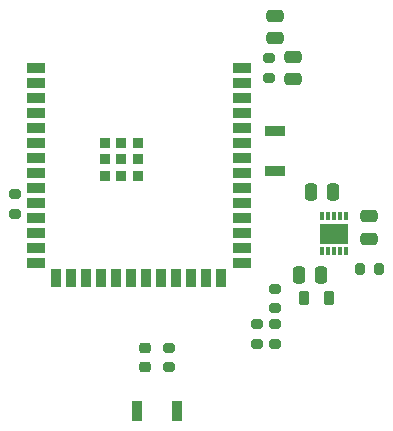
<source format=gbr>
%TF.GenerationSoftware,KiCad,Pcbnew,(6.0.5)*%
%TF.CreationDate,2022-06-02T01:51:08+02:00*%
%TF.ProjectId,Hardware,48617264-7761-4726-952e-6b696361645f,rev?*%
%TF.SameCoordinates,Original*%
%TF.FileFunction,Paste,Top*%
%TF.FilePolarity,Positive*%
%FSLAX46Y46*%
G04 Gerber Fmt 4.6, Leading zero omitted, Abs format (unit mm)*
G04 Created by KiCad (PCBNEW (6.0.5)) date 2022-06-02 01:51:08*
%MOMM*%
%LPD*%
G01*
G04 APERTURE LIST*
G04 Aperture macros list*
%AMRoundRect*
0 Rectangle with rounded corners*
0 $1 Rounding radius*
0 $2 $3 $4 $5 $6 $7 $8 $9 X,Y pos of 4 corners*
0 Add a 4 corners polygon primitive as box body*
4,1,4,$2,$3,$4,$5,$6,$7,$8,$9,$2,$3,0*
0 Add four circle primitives for the rounded corners*
1,1,$1+$1,$2,$3*
1,1,$1+$1,$4,$5*
1,1,$1+$1,$6,$7*
1,1,$1+$1,$8,$9*
0 Add four rect primitives between the rounded corners*
20,1,$1+$1,$2,$3,$4,$5,0*
20,1,$1+$1,$4,$5,$6,$7,0*
20,1,$1+$1,$6,$7,$8,$9,0*
20,1,$1+$1,$8,$9,$2,$3,0*%
G04 Aperture macros list end*
%ADD10R,1.500000X0.900000*%
%ADD11R,0.900000X1.500000*%
%ADD12R,0.900000X0.900000*%
%ADD13RoundRect,0.250000X0.475000X-0.250000X0.475000X0.250000X-0.475000X0.250000X-0.475000X-0.250000X0*%
%ADD14R,1.700000X0.900000*%
%ADD15R,0.300000X0.800000*%
%ADD16R,2.480000X1.750000*%
%ADD17RoundRect,0.200000X-0.275000X0.200000X-0.275000X-0.200000X0.275000X-0.200000X0.275000X0.200000X0*%
%ADD18RoundRect,0.218750X-0.256250X0.218750X-0.256250X-0.218750X0.256250X-0.218750X0.256250X0.218750X0*%
%ADD19RoundRect,0.250000X0.250000X0.475000X-0.250000X0.475000X-0.250000X-0.475000X0.250000X-0.475000X0*%
%ADD20RoundRect,0.200000X-0.200000X-0.275000X0.200000X-0.275000X0.200000X0.275000X-0.200000X0.275000X0*%
%ADD21RoundRect,0.218750X-0.218750X-0.381250X0.218750X-0.381250X0.218750X0.381250X-0.218750X0.381250X0*%
%ADD22R,0.900000X1.700000*%
%ADD23RoundRect,0.200000X0.275000X-0.200000X0.275000X0.200000X-0.275000X0.200000X-0.275000X-0.200000X0*%
%ADD24RoundRect,0.250000X-0.250000X-0.475000X0.250000X-0.475000X0.250000X0.475000X-0.250000X0.475000X0*%
G04 APERTURE END LIST*
D10*
%TO.C,IC1*%
X105750000Y-103490000D03*
X105750000Y-104760000D03*
X105750000Y-106030000D03*
X105750000Y-107300000D03*
X105750000Y-108570000D03*
X105750000Y-109840000D03*
X105750000Y-111110000D03*
X105750000Y-112380000D03*
X105750000Y-113650000D03*
X105750000Y-114920000D03*
X105750000Y-116190000D03*
X105750000Y-117460000D03*
X105750000Y-118730000D03*
X105750000Y-120000000D03*
D11*
X107515000Y-121250000D03*
X108785000Y-121250000D03*
X110055000Y-121250000D03*
X111325000Y-121250000D03*
X112595000Y-121250000D03*
X113865000Y-121250000D03*
X115135000Y-121250000D03*
X116405000Y-121250000D03*
X117675000Y-121250000D03*
X118945000Y-121250000D03*
X120215000Y-121250000D03*
X121485000Y-121250000D03*
D10*
X123250000Y-120000000D03*
X123250000Y-118730000D03*
X123250000Y-117460000D03*
X123250000Y-116190000D03*
X123250000Y-114920000D03*
X123250000Y-113650000D03*
X123250000Y-112380000D03*
X123250000Y-111110000D03*
X123250000Y-109840000D03*
X123250000Y-108570000D03*
X123250000Y-107300000D03*
X123250000Y-106030000D03*
X123250000Y-104760000D03*
X123250000Y-103490000D03*
D12*
X113000000Y-111210000D03*
X113000000Y-109810000D03*
X111600000Y-109810000D03*
X111600000Y-111210000D03*
X111600000Y-112610000D03*
X113000000Y-112610000D03*
X114400000Y-112610000D03*
X114400000Y-111210000D03*
X114400000Y-109810000D03*
%TD*%
D13*
%TO.C,C12*%
X127500000Y-104450000D03*
X127500000Y-102550000D03*
%TD*%
D14*
%TO.C,SW1*%
X126000000Y-108800000D03*
X126000000Y-112200000D03*
%TD*%
D15*
%TO.C,IC2*%
X132000000Y-116000000D03*
X131500000Y-116000000D03*
X131000000Y-116000000D03*
X130500000Y-116000000D03*
X130000000Y-116000000D03*
X130000000Y-119000000D03*
X130500000Y-119000000D03*
X131000000Y-119000000D03*
X131500000Y-119000000D03*
X132000000Y-119000000D03*
D16*
X131000000Y-117500000D03*
%TD*%
D17*
%TO.C,R10*%
X126000000Y-125175000D03*
X126000000Y-126825000D03*
%TD*%
D18*
%TO.C,D1*%
X115000000Y-127212500D03*
X115000000Y-128787500D03*
%TD*%
D17*
%TO.C,R9*%
X126000000Y-122175000D03*
X126000000Y-123825000D03*
%TD*%
D19*
%TO.C,C9*%
X129950000Y-121000000D03*
X128050000Y-121000000D03*
%TD*%
D20*
%TO.C,R3*%
X134825000Y-120500000D03*
X133175000Y-120500000D03*
%TD*%
D21*
%TO.C,L1*%
X128437500Y-123000000D03*
X130562500Y-123000000D03*
%TD*%
D13*
%TO.C,C13*%
X126000000Y-100950000D03*
X126000000Y-99050000D03*
%TD*%
D22*
%TO.C,SW2*%
X117700000Y-132500000D03*
X114300000Y-132500000D03*
%TD*%
D23*
%TO.C,R8*%
X104000000Y-115825000D03*
X104000000Y-114175000D03*
%TD*%
%TO.C,R6*%
X125500000Y-104325000D03*
X125500000Y-102675000D03*
%TD*%
D24*
%TO.C,C2*%
X129050000Y-114000000D03*
X130950000Y-114000000D03*
%TD*%
D23*
%TO.C,R7*%
X117000000Y-127175000D03*
X117000000Y-128825000D03*
%TD*%
D17*
%TO.C,R11*%
X124500000Y-125175000D03*
X124500000Y-126825000D03*
%TD*%
D13*
%TO.C,C10*%
X134000000Y-117950000D03*
X134000000Y-116050000D03*
%TD*%
M02*

</source>
